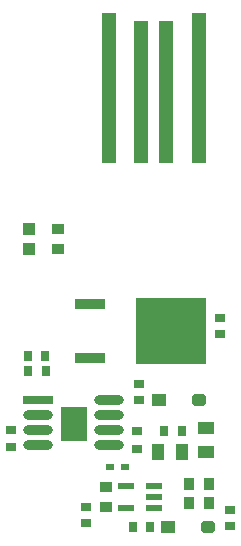
<source format=gtp>
G04*
G04 #@! TF.GenerationSoftware,Altium Limited,Altium NEXUS,2.1.5 (53)*
G04*
G04 Layer_Color=8421504*
%FSLAX44Y44*%
%MOMM*%
G71*
G01*
G75*
%ADD13R,1.2700X12.7000*%
%ADD14R,1.2700X12.0000*%
%ADD15R,1.0000X0.9000*%
%ADD16R,1.0000X1.1000*%
%ADD17R,1.2200X1.0000*%
G04:AMPARAMS|DCode=18|XSize=1mm|YSize=1.22mm|CornerRadius=0mm|HoleSize=0mm|Usage=FLASHONLY|Rotation=270.000|XOffset=0mm|YOffset=0mm|HoleType=Round|Shape=Octagon|*
%AMOCTAGOND18*
4,1,8,0.6100,0.2500,0.6100,-0.2500,0.3600,-0.5000,-0.3600,-0.5000,-0.6100,-0.2500,-0.6100,0.2500,-0.3600,0.5000,0.3600,0.5000,0.6100,0.2500,0.0*
%
%ADD18OCTAGOND18*%

%ADD19R,0.9000X0.8000*%
%ADD20R,0.8000X0.9000*%
%ADD21R,0.7000X0.9000*%
%ADD22R,2.5900X0.9500*%
%ADD23R,5.9400X5.6300*%
%ADD24O,2.5000X0.8000*%
%ADD25R,2.5000X0.8000*%
%ADD26R,2.2000X3.0000*%
%ADD27R,1.3700X0.5900*%
%ADD28R,0.9000X1.0000*%
%ADD29R,1.4000X1.0000*%
%ADD30R,1.0000X1.4000*%
%ADD31R,0.9000X0.7000*%
%ADD32R,0.8000X0.6000*%
D13*
X97790Y546100D02*
D03*
X173990D02*
D03*
D14*
X146685Y542290D02*
D03*
X125095D02*
D03*
D15*
X54610Y426330D02*
D03*
Y409330D02*
D03*
X95250Y190890D02*
D03*
Y207890D02*
D03*
D16*
X30480Y426330D02*
D03*
Y409330D02*
D03*
D17*
X148289Y173990D02*
D03*
X140669Y281940D02*
D03*
D18*
X181911Y173990D02*
D03*
X174291Y281940D02*
D03*
D19*
X123190Y295290D02*
D03*
Y281290D02*
D03*
X15240Y241920D02*
D03*
Y255920D02*
D03*
X200660Y188610D02*
D03*
Y174610D02*
D03*
X78740Y177150D02*
D03*
Y191150D02*
D03*
X191770Y351170D02*
D03*
Y337170D02*
D03*
D20*
X118730Y173990D02*
D03*
X132730D02*
D03*
X29830Y318770D02*
D03*
X43830D02*
D03*
D21*
X159900Y255270D02*
D03*
X144900D02*
D03*
X29450Y306070D02*
D03*
X44450D02*
D03*
D22*
X81860Y317500D02*
D03*
Y363220D02*
D03*
D23*
X150360Y340360D02*
D03*
D24*
X98354Y243078D02*
D03*
Y255778D02*
D03*
Y268478D02*
D03*
Y281178D02*
D03*
X38354Y243078D02*
D03*
Y255778D02*
D03*
Y268478D02*
D03*
D25*
Y281178D02*
D03*
D26*
X68580Y261620D02*
D03*
D27*
X112710Y189890D02*
D03*
Y208890D02*
D03*
X136210D02*
D03*
Y199390D02*
D03*
Y189890D02*
D03*
D28*
X182490Y194310D02*
D03*
X165490D02*
D03*
X165490Y210820D02*
D03*
X182490D02*
D03*
D29*
X180340Y237650D02*
D03*
Y257650D02*
D03*
D30*
X159860Y237490D02*
D03*
X139860D02*
D03*
D31*
X121920Y255150D02*
D03*
Y240150D02*
D03*
D32*
X99410Y224790D02*
D03*
X111410D02*
D03*
M02*

</source>
